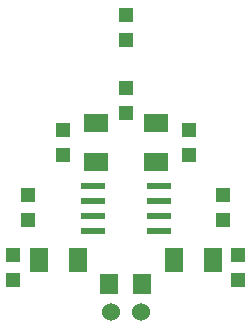
<source format=gts>
G04 #@! TF.FileFunction,Soldermask,Top*
%FSLAX46Y46*%
G04 Gerber Fmt 4.6, Leading zero omitted, Abs format (unit mm)*
G04 Created by KiCad (PCBNEW 4.0.1-stable) date 27/05/2016 22:17:39*
%MOMM*%
G01*
G04 APERTURE LIST*
%ADD10C,0.150000*%
%ADD11C,1.524000*%
%ADD12R,2.032000X1.524000*%
%ADD13R,1.524000X2.032000*%
%ADD14R,1.600200X1.803400*%
%ADD15R,1.198880X1.198880*%
%ADD16R,1.998980X0.599440*%
G04 APERTURE END LIST*
D10*
D11*
X317754000Y-199199500D03*
X315214000Y-199199500D03*
D12*
X319024000Y-186499500D03*
X319024000Y-183197500D03*
D13*
X320548000Y-194754500D03*
X323850000Y-194754500D03*
D12*
X313944000Y-183197500D03*
X313944000Y-186499500D03*
D13*
X312420000Y-194754500D03*
X309118000Y-194754500D03*
D14*
X317881000Y-196786500D03*
X315087000Y-196786500D03*
D15*
X316484000Y-176118520D03*
X316484000Y-174020480D03*
X311150000Y-185897520D03*
X311150000Y-183799480D03*
X321818000Y-183799480D03*
X321818000Y-185897520D03*
X316484000Y-180243480D03*
X316484000Y-182341520D03*
X308229000Y-191358520D03*
X308229000Y-189260480D03*
X306959000Y-196438520D03*
X306959000Y-194340480D03*
X324739000Y-191358520D03*
X324739000Y-189260480D03*
X326009000Y-194340480D03*
X326009000Y-196438520D03*
D16*
X313690000Y-188531500D03*
X313690000Y-189801500D03*
X313690000Y-191071500D03*
X313690000Y-192341500D03*
X319278000Y-192341500D03*
X319278000Y-191071500D03*
X319278000Y-189801500D03*
X319278000Y-188531500D03*
M02*

</source>
